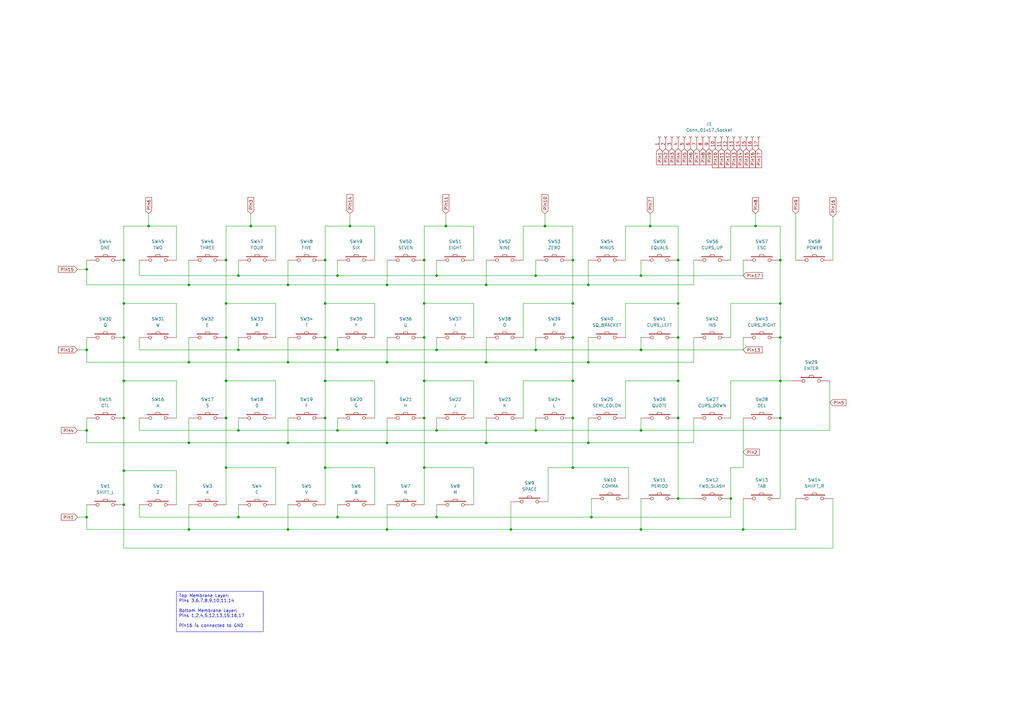
<source format=kicad_sch>
(kicad_sch (version 20230121) (generator eeschema)
  (paper "A3")
  (title_block (title "Husky Hunter Keyboard") (date "2024-07-21") (company "https://youtube.com/@brfff") (comment 1 "Brett Hallen"))
  (lib_symbols
    (symbol "Connector:Conn_01x17_Socket" (pin_names (offset 1.016) hide)
      (property "Reference" "J" (at 0 22.86 0))
      (property "Value" "Conn_01x17_Socket" (at 0 -22.86 0))
      (symbol "Conn_01x17_Socket_1_1"
        (arc (start 0 -19.812) (mid -0.5058 -20.32) (end 0 -20.828) (stroke (width 0.1524)))
        (arc (start 0 -17.272) (mid -0.5058 -17.78) (end 0 -18.288) (stroke (width 0.1524)))
        (arc (start 0 -14.732) (mid -0.5058 -15.24) (end 0 -15.748) (stroke (width 0.1524)))
        (arc (start 0 -12.192) (mid -0.5058 -12.7) (end 0 -13.208) (stroke (width 0.1524)))
        (arc (start 0 -9.652) (mid -0.5058 -10.16) (end 0 -10.668) (stroke (width 0.1524)))
        (arc (start 0 -7.112) (mid -0.5058 -7.62) (end 0 -8.128) (stroke (width 0.1524)))
        (arc (start 0 -4.572) (mid -0.5058 -5.08) (end 0 -5.588) (stroke (width 0.1524)))
        (arc (start 0 -2.032) (mid -0.5058 -2.54) (end 0 -3.048) (stroke (width 0.1524)))
        (polyline (pts (xy -1.27 -20.32) (xy -0.508 -20.32)) (stroke (width 0.1524)))
        (polyline (pts (xy -1.27 -17.78) (xy -0.508 -17.78)) (stroke (width 0.1524)))
        (polyline (pts (xy -1.27 -15.24) (xy -0.508 -15.24)) (stroke (width 0.1524)))
        (polyline (pts (xy -1.27 -12.7) (xy -0.508 -12.7)) (stroke (width 0.1524)))
        (polyline (pts (xy -1.27 -10.16) (xy -0.508 -10.16)) (stroke (width 0.1524)))
        (polyline (pts (xy -1.27 -7.62) (xy -0.508 -7.62)) (stroke (width 0.1524)))
        (polyline (pts (xy -1.27 -5.08) (xy -0.508 -5.08)) (stroke (width 0.1524)))
        (polyline (pts (xy -1.27 -2.54) (xy -0.508 -2.54)) (stroke (width 0.1524)))
        (polyline (pts (xy -1.27 0) (xy -0.508 0)) (stroke (width 0.1524)))
        (polyline (pts (xy -1.27 2.54) (xy -0.508 2.54)) (stroke (width 0.1524)))
        (polyline (pts (xy -1.27 5.08) (xy -0.508 5.08)) (stroke (width 0.1524)))
        (polyline (pts (xy -1.27 7.62) (xy -0.508 7.62)) (stroke (width 0.1524)))
        (polyline (pts (xy -1.27 10.16) (xy -0.508 10.16)) (stroke (width 0.1524)))
        (polyline (pts (xy -1.27 12.7) (xy -0.508 12.7)) (stroke (width 0.1524)))
        (polyline (pts (xy -1.27 15.24) (xy -0.508 15.24)) (stroke (width 0.1524)))
        (polyline (pts (xy -1.27 17.78) (xy -0.508 17.78)) (stroke (width 0.1524)))
        (polyline (pts (xy -1.27 20.32) (xy -0.508 20.32)) (stroke (width 0.1524)))
        (arc (start 0 0.508) (mid -0.5058 0) (end 0 -0.508) (stroke (width 0.1524)))
        (arc (start 0 3.048) (mid -0.5058 2.54) (end 0 2.032) (stroke (width 0.1524)))
        (arc (start 0 5.588) (mid -0.5058 5.08) (end 0 4.572) (stroke (width 0.1524)))
        (arc (start 0 8.128) (mid -0.5058 7.62) (end 0 7.112) (stroke (width 0.1524)))
        (arc (start 0 10.668) (mid -0.5058 10.16) (end 0 9.652) (stroke (width 0.1524)))
        (arc (start 0 13.208) (mid -0.5058 12.7) (end 0 12.192) (stroke (width 0.1524)))
        (arc (start 0 15.748) (mid -0.5058 15.24) (end 0 14.732) (stroke (width 0.1524)))
        (arc (start 0 18.288) (mid -0.5058 17.78) (end 0 17.272) (stroke (width 0.1524)))
        (arc (start 0 20.828) (mid -0.5058 20.32) (end 0 19.812) (stroke (width 0.1524)))
        (pin passive line (at -5.08 20.32 0) (length 3.81) (name "Pin_1") (number "1"))
        (pin passive line (at -5.08 -2.54 0) (length 3.81) (name "Pin_10") (number "10"))
        (pin passive line (at -5.08 -5.08 0) (length 3.81) (name "Pin_11") (number "11"))
        (pin passive line (at -5.08 -7.62 0) (length 3.81) (name "Pin_12") (number "12"))
        (pin passive line (at -5.08 -10.16 0) (length 3.81) (name "Pin_13") (number "13"))
        (pin passive line (at -5.08 -12.7 0) (length 3.81) (name "Pin_14") (number "14"))
        (pin passive line (at -5.08 -15.24 0) (length 3.81) (name "Pin_15") (number "15"))
        (pin passive line (at -5.08 -17.78 0) (length 3.81) (name "Pin_16") (number "16"))
        (pin passive line (at -5.08 -20.32 0) (length 3.81) (name "Pin_17") (number "17"))
        (pin passive line (at -5.08 17.78 0) (length 3.81) (name "Pin_2") (number "2"))
        (pin passive line (at -5.08 15.24 0) (length 3.81) (name "Pin_3") (number "3"))
        (pin passive line (at -5.08 12.7 0) (length 3.81) (name "Pin_4") (number "4"))
        (pin passive line (at -5.08 10.16 0) (length 3.81) (name "Pin_5") (number "5"))
        (pin passive line (at -5.08 7.62 0) (length 3.81) (name "Pin_6") (number "6"))
        (pin passive line (at -5.08 5.08 0) (length 3.81) (name "Pin_7") (number "7"))
        (pin passive line (at -5.08 2.54 0) (length 3.81) (name "Pin_8") (number "8"))
        (pin passive line (at -5.08 0 0) (length 3.81) (name "Pin_9") (number "9"))
      )
    )
    (symbol "my_components:Switch_Tactile" (pin_numbers hide) (pin_names (offset 1.016) hide)
      (property "Reference" "SW" (at 3.81 2.794 0))
      (property "Value" "Switch_Tactile" (at 0 -5.08 0))
      (symbol "Switch_Tactile_0_1"
        (rectangle (start -4.318 1.27) (end 4.318 1.524))
        (polyline (pts (xy -1.016 1.524) (xy -0.762 2.286) (xy 0.762 2.286) (xy 1.016 1.524)))
        (pin passive inverted (at -7.62 0 0) (length 5.08) (name "1") (number "1"))
        (pin passive inverted (at 7.62 0 180) (length 5.08) (name "2") (number "2"))
      )
    )
  )
  (junction (at 309.88 92.71))
  (junction (at 97.79 212.09))
  (junction (at 50.8 193.04))
  (junction (at 118.11 148.59))
  (junction (at 92.71 124.46))
  (junction (at 182.88 92.71))
  (junction (at 50.8 124.46))
  (junction (at 199.39 181.61))
  (junction (at 179.07 176.53))
  (junction (at 219.71 113.03))
  (junction (at 234.95 191.77))
  (junction (at 133.35 106.68))
  (junction (at 158.75 217.17))
  (junction (at 278.13 138.43))
  (junction (at 234.95 106.68))
  (junction (at 97.79 143.51))
  (junction (at 179.07 113.03))
  (junction (at 219.71 143.51))
  (junction (at 320.04 138.43))
  (junction (at 278.13 204.47))
  (junction (at 158.75 181.61))
  (junction (at 241.3 181.61))
  (junction (at 60.96 92.71))
  (junction (at 320.04 106.68))
  (junction (at 278.13 171.45))
  (junction (at 50.8 171.45))
  (junction (at 92.71 191.77))
  (junction (at 266.7 92.71))
  (junction (at 35.56 212.09))
  (junction (at 133.35 191.77))
  (junction (at 234.95 156.21))
  (junction (at 278.13 156.21))
  (junction (at 97.79 113.03))
  (junction (at 50.8 106.68))
  (junction (at 262.89 113.03))
  (junction (at 138.43 176.53))
  (junction (at 118.11 181.61))
  (junction (at 262.89 176.53))
  (junction (at 179.07 212.09))
  (junction (at 77.47 217.17))
  (junction (at 234.95 171.45))
  (junction (at 92.71 106.68))
  (junction (at 92.71 156.21))
  (junction (at 299.72 204.47))
  (junction (at 199.39 148.59))
  (junction (at 219.71 176.53))
  (junction (at 262.89 143.51))
  (junction (at 138.43 212.09))
  (junction (at 158.75 116.84))
  (junction (at 133.35 124.46))
  (junction (at 320.04 124.46))
  (junction (at 77.47 116.84))
  (junction (at 158.75 148.59))
  (junction (at 173.99 106.68))
  (junction (at 304.8 217.17))
  (junction (at 50.8 156.21))
  (junction (at 199.39 116.84))
  (junction (at 50.8 138.43))
  (junction (at 320.04 156.21))
  (junction (at 179.07 143.51))
  (junction (at 173.99 138.43))
  (junction (at 92.71 171.45))
  (junction (at 92.71 138.43))
  (junction (at 173.99 156.21))
  (junction (at 133.35 138.43))
  (junction (at 278.13 124.46))
  (junction (at 320.04 171.45))
  (junction (at 77.47 148.59))
  (junction (at 77.47 181.61))
  (junction (at 35.56 143.51))
  (junction (at 143.51 92.71))
  (junction (at 173.99 171.45))
  (junction (at 241.3 148.59))
  (junction (at 118.11 116.84))
  (junction (at 35.56 110.49))
  (junction (at 173.99 124.46))
  (junction (at 173.99 191.77))
  (junction (at 50.8 207.01))
  (junction (at 35.56 176.53))
  (junction (at 97.79 176.53))
  (junction (at 138.43 113.03))
  (junction (at 133.35 171.45))
  (junction (at 262.89 217.17))
  (junction (at 102.87 92.71))
  (junction (at 234.95 138.43))
  (junction (at 118.11 217.17))
  (junction (at 242.57 212.09))
  (junction (at 209.55 217.17))
  (junction (at 138.43 143.51))
  (junction (at 278.13 106.68))
  (junction (at 223.52 92.71))
  (junction (at 241.3 116.84))
  (junction (at 133.35 156.21))
  (junction (at 234.95 124.46))
  (wire (pts (xy 92.71 138.43) (xy 92.71 156.21)))
  (wire (pts (xy 31.75 212.09) (xy 35.56 212.09)))
  (wire (pts (xy 143.51 92.71) (xy 133.35 92.71)))
  (wire (pts (xy 72.39 207.01) (xy 72.39 193.04)))
  (wire (pts (xy 97.79 113.03) (xy 138.43 113.03)))
  (wire (pts (xy 299.72 171.45) (xy 299.72 156.21)))
  (wire (pts (xy 158.75 116.84) (xy 199.39 116.84)))
  (wire (pts (xy 182.88 87.63) (xy 182.88 92.71)))
  (wire (pts (xy 340.36 156.21) (xy 340.36 176.53)))
  (wire (pts (xy 133.35 124.46) (xy 133.35 138.43)))
  (wire (pts (xy 284.48 181.61) (xy 241.3 181.61)))
  (wire (pts (xy 262.89 143.51) (xy 304.8 143.51)))
  (wire (pts (xy 57.15 171.45) (xy 57.15 176.53)))
  (wire (pts (xy 153.67 171.45) (xy 153.67 156.21)))
  (wire (pts (xy 113.03 191.77) (xy 92.71 191.77)))
  (wire (pts (xy 118.11 116.84) (xy 158.75 116.84)))
  (wire (pts (xy 158.75 181.61) (xy 199.39 181.61)))
  (wire (pts (xy 77.47 217.17) (xy 118.11 217.17)))
  (wire (pts (xy 133.35 191.77) (xy 133.35 207.01)))
  (wire (pts (xy 299.72 124.46) (xy 320.04 124.46)))
  (wire (pts (xy 278.13 204.47) (xy 284.48 204.47)))
  (wire (pts (xy 262.89 204.47) (xy 262.89 217.17)))
  (wire (pts (xy 194.31 171.45) (xy 194.31 156.21)))
  (wire (pts (xy 92.71 106.68) (xy 92.71 124.46)))
  (wire (pts (xy 118.11 148.59) (xy 158.75 148.59)))
  (wire (pts (xy 50.8 156.21) (xy 50.8 171.45)))
  (wire (pts (xy 256.54 92.71) (xy 266.7 92.71)))
  (wire (pts (xy 320.04 156.21) (xy 320.04 171.45)))
  (wire (pts (xy 179.07 143.51) (xy 219.71 143.51)))
  (wire (pts (xy 118.11 217.17) (xy 118.11 207.01)))
  (wire (pts (xy 173.99 156.21) (xy 173.99 171.45)))
  (wire (pts (xy 223.52 87.63) (xy 223.52 92.71)))
  (wire (pts (xy 97.79 176.53) (xy 138.43 176.53)))
  (wire (pts (xy 50.8 92.71) (xy 50.8 106.68)))
  (wire (pts (xy 35.56 181.61) (xy 77.47 181.61)))
  (wire (pts (xy 299.72 156.21) (xy 320.04 156.21)))
  (wire (pts (xy 138.43 212.09) (xy 179.07 212.09)))
  (wire (pts (xy 241.3 181.61) (xy 199.39 181.61)))
  (wire (pts (xy 31.75 143.51) (xy 35.56 143.51)))
  (wire (pts (xy 234.95 106.68) (xy 234.95 124.46)))
  (wire (pts (xy 234.95 171.45) (xy 234.95 191.77)))
  (wire (pts (xy 113.03 124.46) (xy 92.71 124.46)))
  (wire (pts (xy 173.99 92.71) (xy 173.99 106.68)))
  (wire (pts (xy 153.67 156.21) (xy 133.35 156.21)))
  (wire (pts (xy 97.79 212.09) (xy 97.79 207.01)))
  (wire (pts (xy 118.11 148.59) (xy 118.11 138.43)))
  (wire (pts (xy 77.47 148.59) (xy 77.47 138.43)))
  (wire (pts (xy 158.75 217.17) (xy 209.55 217.17)))
  (wire (pts (xy 118.11 217.17) (xy 158.75 217.17)))
  (wire (pts (xy 299.72 138.43) (xy 299.72 124.46)))
  (wire (pts (xy 50.8 207.01) (xy 50.8 224.79)))
  (wire (pts (xy 262.89 176.53) (xy 340.36 176.53)))
  (wire (pts (xy 284.48 148.59) (xy 241.3 148.59)))
  (wire (pts (xy 284.48 106.68) (xy 284.48 116.84)))
  (wire (pts (xy 219.71 176.53) (xy 262.89 176.53)))
  (wire (pts (xy 113.03 156.21) (xy 92.71 156.21)))
  (wire (pts (xy 97.79 212.09) (xy 138.43 212.09)))
  (wire (pts (xy 214.63 106.68) (xy 214.63 92.71)))
  (wire (pts (xy 138.43 113.03) (xy 179.07 113.03)))
  (wire (pts (xy 50.8 106.68) (xy 50.8 124.46)))
  (wire (pts (xy 219.71 106.68) (xy 219.71 113.03)))
  (wire (pts (xy 214.63 92.71) (xy 223.52 92.71)))
  (wire (pts (xy 219.71 113.03) (xy 262.89 113.03)))
  (wire (pts (xy 320.04 138.43) (xy 320.04 156.21)))
  (wire (pts (xy 173.99 171.45) (xy 173.99 191.77)))
  (wire (pts (xy 138.43 176.53) (xy 179.07 176.53)))
  (wire (pts (xy 173.99 191.77) (xy 173.99 207.01)))
  (wire (pts (xy 97.79 106.68) (xy 97.79 113.03)))
  (wire (pts (xy 35.56 148.59) (xy 77.47 148.59)))
  (wire (pts (xy 304.8 217.17) (xy 326.39 217.17)))
  (wire (pts (xy 234.95 191.77) (xy 257.81 191.77)))
  (wire (pts (xy 242.57 212.09) (xy 299.72 212.09)))
  (wire (pts (xy 77.47 116.84) (xy 77.47 106.68)))
  (wire (pts (xy 194.31 92.71) (xy 182.88 92.71)))
  (wire (pts (xy 138.43 207.01) (xy 138.43 212.09)))
  (wire (pts (xy 50.8 193.04) (xy 50.8 207.01)))
  (wire (pts (xy 214.63 138.43) (xy 214.63 124.46)))
  (wire (pts (xy 118.11 181.61) (xy 158.75 181.61)))
  (wire (pts (xy 224.79 191.77) (xy 234.95 191.77)))
  (wire (pts (xy 278.13 171.45) (xy 278.13 204.47)))
  (wire (pts (xy 133.35 156.21) (xy 133.35 171.45)))
  (wire (pts (xy 158.75 116.84) (xy 158.75 106.68)))
  (wire (pts (xy 256.54 138.43) (xy 256.54 124.46)))
  (wire (pts (xy 35.56 116.84) (xy 77.47 116.84)))
  (wire (pts (xy 299.72 106.68) (xy 299.72 92.71)))
  (wire (pts (xy 299.72 191.77) (xy 299.72 204.47)))
  (wire (pts (xy 179.07 106.68) (xy 179.07 113.03)))
  (wire (pts (xy 320.04 106.68) (xy 320.04 124.46)))
  (wire (pts (xy 219.71 138.43) (xy 219.71 143.51)))
  (wire (pts (xy 133.35 171.45) (xy 133.35 191.77)))
  (wire (pts (xy 284.48 138.43) (xy 284.48 148.59)))
  (wire (pts (xy 138.43 176.53) (xy 138.43 171.45)))
  (wire (pts (xy 102.87 87.63) (xy 102.87 92.71)))
  (wire (pts (xy 72.39 138.43) (xy 72.39 124.46)))
  (wire (pts (xy 320.04 171.45) (xy 320.04 204.47)))
  (wire (pts (xy 199.39 148.59) (xy 199.39 138.43)))
  (wire (pts (xy 179.07 176.53) (xy 219.71 176.53)))
  (wire (pts (xy 31.75 110.49) (xy 35.56 110.49)))
  (wire (pts (xy 234.95 92.71) (xy 234.95 106.68)))
  (wire (pts (xy 133.35 106.68) (xy 133.35 124.46)))
  (wire (pts (xy 50.8 124.46) (xy 50.8 138.43)))
  (wire (pts (xy 153.67 138.43) (xy 153.67 124.46)))
  (wire (pts (xy 241.3 116.84) (xy 199.39 116.84)))
  (wire (pts (xy 35.56 138.43) (xy 35.56 143.51)))
  (wire (pts (xy 299.72 204.47) (xy 299.72 212.09)))
  (wire (pts (xy 35.56 171.45) (xy 35.56 176.53)))
  (wire (pts (xy 179.07 113.03) (xy 219.71 113.03)))
  (wire (pts (xy 209.55 217.17) (xy 262.89 217.17)))
  (wire (pts (xy 113.03 106.68) (xy 113.03 92.71)))
  (wire (pts (xy 194.31 138.43) (xy 194.31 124.46)))
  (wire (pts (xy 341.63 224.79) (xy 341.63 204.47)))
  (wire (pts (xy 194.31 156.21) (xy 173.99 156.21)))
  (wire (pts (xy 57.15 106.68) (xy 57.15 113.03)))
  (wire (pts (xy 257.81 191.77) (xy 257.81 204.47)))
  (wire (pts (xy 72.39 156.21) (xy 50.8 156.21)))
  (wire (pts (xy 153.67 124.46) (xy 133.35 124.46)))
  (wire (pts (xy 138.43 106.68) (xy 138.43 113.03)))
  (wire (pts (xy 77.47 181.61) (xy 77.47 171.45)))
  (wire (pts (xy 97.79 176.53) (xy 97.79 171.45)))
  (wire (pts (xy 194.31 124.46) (xy 173.99 124.46)))
  (wire (pts (xy 284.48 171.45) (xy 284.48 181.61)))
  (wire (pts (xy 50.8 224.79) (xy 341.63 224.79)))
  (wire (pts (xy 256.54 156.21) (xy 278.13 156.21)))
  (wire (pts (xy 138.43 143.51) (xy 179.07 143.51)))
  (wire (pts (xy 72.39 106.68) (xy 72.39 92.71)))
  (wire (pts (xy 326.39 217.17) (xy 326.39 204.47)))
  (wire (pts (xy 284.48 116.84) (xy 241.3 116.84)))
  (wire (pts (xy 256.54 106.68) (xy 256.54 92.71)))
  (wire (pts (xy 320.04 124.46) (xy 320.04 138.43)))
  (wire (pts (xy 153.67 92.71) (xy 143.51 92.71)))
  (wire (pts (xy 194.31 191.77) (xy 173.99 191.77)))
  (wire (pts (xy 309.88 87.63) (xy 309.88 92.71)))
  (wire (pts (xy 97.79 143.51) (xy 138.43 143.51)))
  (wire (pts (xy 262.89 113.03) (xy 262.89 106.68)))
  (wire (pts (xy 341.63 88.9) (xy 341.63 106.68)))
  (wire (pts (xy 242.57 212.09) (xy 242.57 204.47)))
  (wire (pts (xy 35.56 176.53) (xy 35.56 181.61)))
  (wire (pts (xy 223.52 92.71) (xy 234.95 92.71)))
  (wire (pts (xy 194.31 106.68) (xy 194.31 92.71)))
  (wire (pts (xy 262.89 138.43) (xy 262.89 143.51)))
  (wire (pts (xy 35.56 143.51) (xy 35.56 148.59)))
  (wire (pts (xy 60.96 87.63) (xy 60.96 92.71)))
  (wire (pts (xy 133.35 138.43) (xy 133.35 156.21)))
  (wire (pts (xy 113.03 207.01) (xy 113.03 191.77)))
  (wire (pts (xy 304.8 143.51) (xy 304.8 138.43)))
  (wire (pts (xy 241.3 106.68) (xy 241.3 116.84)))
  (wire (pts (xy 278.13 106.68) (xy 278.13 124.46)))
  (wire (pts (xy 143.51 87.63) (xy 143.51 92.71)))
  (wire (pts (xy 278.13 138.43) (xy 278.13 156.21)))
  (wire (pts (xy 266.7 92.71) (xy 278.13 92.71)))
  (wire (pts (xy 57.15 207.01) (xy 57.15 212.09)))
  (wire (pts (xy 173.99 138.43) (xy 173.99 156.21)))
  (wire (pts (xy 304.8 217.17) (xy 262.89 217.17)))
  (wire (pts (xy 224.79 205.74) (xy 224.79 191.77)))
  (wire (pts (xy 158.75 217.17) (xy 158.75 207.01)))
  (wire (pts (xy 304.8 171.45) (xy 304.8 191.77)))
  (wire (pts (xy 194.31 207.01) (xy 194.31 191.77)))
  (wire (pts (xy 179.07 207.01) (xy 179.07 212.09)))
  (wire (pts (xy 113.03 138.43) (xy 113.03 124.46)))
  (wire (pts (xy 234.95 138.43) (xy 234.95 156.21)))
  (wire (pts (xy 158.75 148.59) (xy 199.39 148.59)))
  (wire (pts (xy 35.56 106.68) (xy 35.56 110.49)))
  (wire (pts (xy 57.15 212.09) (xy 97.79 212.09)))
  (wire (pts (xy 278.13 92.71) (xy 278.13 106.68)))
  (wire (pts (xy 35.56 212.09) (xy 35.56 217.17)))
  (wire (pts (xy 92.71 92.71) (xy 92.71 106.68)))
  (wire (pts (xy 299.72 92.71) (xy 309.88 92.71)))
  (wire (pts (xy 118.11 116.84) (xy 118.11 106.68)))
  (wire (pts (xy 57.15 143.51) (xy 97.79 143.51)))
  (wire (pts (xy 219.71 143.51) (xy 262.89 143.51)))
  (wire (pts (xy 219.71 176.53) (xy 219.71 171.45)))
  (wire (pts (xy 50.8 138.43) (xy 50.8 156.21)))
  (wire (pts (xy 97.79 138.43) (xy 97.79 143.51)))
  (wire (pts (xy 113.03 171.45) (xy 113.03 156.21)))
  (wire (pts (xy 304.8 113.03) (xy 262.89 113.03)))
  (wire (pts (xy 173.99 106.68) (xy 173.99 124.46)))
  (wire (pts (xy 179.07 138.43) (xy 179.07 143.51)))
  (wire (pts (xy 35.56 110.49) (xy 35.56 116.84)))
  (wire (pts (xy 77.47 217.17) (xy 77.47 207.01)))
  (wire (pts (xy 72.39 92.71) (xy 60.96 92.71)))
  (wire (pts (xy 138.43 138.43) (xy 138.43 143.51)))
  (wire (pts (xy 57.15 176.53) (xy 97.79 176.53)))
  (wire (pts (xy 266.7 87.63) (xy 266.7 92.71)))
  (wire (pts (xy 278.13 124.46) (xy 278.13 138.43)))
  (wire (pts (xy 304.8 191.77) (xy 299.72 191.77)))
  (wire (pts (xy 77.47 148.59) (xy 118.11 148.59)))
  (wire (pts (xy 179.07 212.09) (xy 242.57 212.09)))
  (wire (pts (xy 92.71 156.21) (xy 92.71 171.45)))
  (wire (pts (xy 320.04 156.21) (xy 325.12 156.21)))
  (wire (pts (xy 92.71 191.77) (xy 92.71 207.01)))
  (wire (pts (xy 256.54 171.45) (xy 256.54 156.21)))
  (wire (pts (xy 199.39 181.61) (xy 199.39 171.45)))
  (wire (pts (xy 60.96 92.71) (xy 50.8 92.71)))
  (wire (pts (xy 153.67 106.68) (xy 153.67 92.71)))
  (wire (pts (xy 158.75 181.61) (xy 158.75 171.45)))
  (wire (pts (xy 234.95 124.46) (xy 234.95 138.43)))
  (wire (pts (xy 234.95 156.21) (xy 234.95 171.45)))
  (wire (pts (xy 320.04 92.71) (xy 320.04 106.68)))
  (wire (pts (xy 77.47 116.84) (xy 118.11 116.84)))
  (wire (pts (xy 214.63 156.21) (xy 234.95 156.21)))
  (wire (pts (xy 173.99 124.46) (xy 173.99 138.43)))
  (wire (pts (xy 153.67 207.01) (xy 153.67 191.77)))
  (wire (pts (xy 113.03 92.71) (xy 102.87 92.71)))
  (wire (pts (xy 158.75 148.59) (xy 158.75 138.43)))
  (wire (pts (xy 309.88 92.71) (xy 320.04 92.71)))
  (wire (pts (xy 241.3 148.59) (xy 199.39 148.59)))
  (wire (pts (xy 57.15 113.03) (xy 97.79 113.03)))
  (wire (pts (xy 214.63 171.45) (xy 214.63 156.21)))
  (wire (pts (xy 241.3 171.45) (xy 241.3 181.61)))
  (wire (pts (xy 182.88 92.71) (xy 173.99 92.71)))
  (wire (pts (xy 92.71 124.46) (xy 92.71 138.43)))
  (wire (pts (xy 262.89 171.45) (xy 262.89 176.53)))
  (wire (pts (xy 278.13 156.21) (xy 278.13 171.45)))
  (wire (pts (xy 118.11 181.61) (xy 118.11 171.45)))
  (wire (pts (xy 304.8 106.68) (xy 304.8 113.03)))
  (wire (pts (xy 31.75 176.53) (xy 35.56 176.53)))
  (wire (pts (xy 57.15 138.43) (xy 57.15 143.51)))
  (wire (pts (xy 72.39 193.04) (xy 50.8 193.04)))
  (wire (pts (xy 35.56 217.17) (xy 77.47 217.17)))
  (wire (pts (xy 256.54 124.46) (xy 278.13 124.46)))
  (wire (pts (xy 50.8 171.45) (xy 50.8 193.04)))
  (wire (pts (xy 214.63 124.46) (xy 234.95 124.46)))
  (wire (pts (xy 199.39 116.84) (xy 199.39 106.68)))
  (wire (pts (xy 304.8 204.47) (xy 304.8 217.17)))
  (wire (pts (xy 102.87 92.71) (xy 92.71 92.71)))
  (wire (pts (xy 326.39 87.63) (xy 326.39 106.68)))
  (wire (pts (xy 72.39 124.46) (xy 50.8 124.46)))
  (wire (pts (xy 35.56 207.01) (xy 35.56 212.09)))
  (wire (pts (xy 92.71 171.45) (xy 92.71 191.77)))
  (wire (pts (xy 133.35 92.71) (xy 133.35 106.68)))
  (wire (pts (xy 77.47 181.61) (xy 118.11 181.61)))
  (wire (pts (xy 153.67 191.77) (xy 133.35 191.77)))
  (wire (pts (xy 209.55 217.17) (xy 209.55 205.74)))
  (wire (pts (xy 72.39 171.45) (xy 72.39 156.21)))
  (wire (pts (xy 241.3 138.43) (xy 241.3 148.59)))
  (wire (pts (xy 179.07 176.53) (xy 179.07 171.45)))
  (text_box "Top Membrane Layer:\nPins 3,6,7,8,9,10,11,14\n\nBottom Membrane Layer:\nPins 1,2,4,5,12,13,15,16,17\n\nPin16 is connected to GND" (at 72.39 242.57 0) (size 35.56 16.51) (effects (font (size 1.27 1.27)) (justify left top)))
  (global_label "Pin14" (shape input) (at 303.53 60.96 270) (property "Intersheetrefs" "${INTERSHEET_REFS}" (effects hide)))
  (global_label "Pin7" (shape input) (at 285.75 60.96 270) (property "Intersheetrefs" "${INTERSHEET_REFS}" (effects hide)))
  (global_label "Pin17" (shape input) (at 304.8 113.03 0) (property "Intersheetrefs" "${INTERSHEET_REFS}" (effects hide)))
  (global_label "Pin6" (shape input) (at 60.96 87.63 90) (property "Intersheetrefs" "${INTERSHEET_REFS}" (effects hide)))
  (global_label "Pin7" (shape input) (at 266.7 87.63 90) (property "Intersheetrefs" "${INTERSHEET_REFS}" (effects hide)))
  (global_label "Pin14" (shape input) (at 143.51 87.63 90) (property "Intersheetrefs" "${INTERSHEET_REFS}" (effects hide)))
  (global_label "Pin15" (shape input) (at 31.75 110.49 180) (property "Intersheetrefs" "${INTERSHEET_REFS}" (effects hide)))
  (global_label "Pin10" (shape input) (at 293.37 60.96 270) (property "Intersheetrefs" "${INTERSHEET_REFS}" (effects hide)))
  (global_label "Pin3" (shape input) (at 275.59 60.96 270) (property "Intersheetrefs" "${INTERSHEET_REFS}" (effects hide)))
  (global_label "Pin15" (shape input) (at 306.07 60.96 270) (property "Intersheetrefs" "${INTERSHEET_REFS}" (effects hide)))
  (global_label "Pin9" (shape input) (at 326.39 87.63 90) (property "Intersheetrefs" "${INTERSHEET_REFS}" (effects hide)))
  (global_label "Pin4" (shape input) (at 278.13 60.96 270) (property "Intersheetrefs" "${INTERSHEET_REFS}" (effects hide)))
  (global_label "Pin5" (shape input) (at 340.36 165.1 0) (property "Intersheetrefs" "${INTERSHEET_REFS}" (effects hide)))
  (global_label "Pin11" (shape input) (at 182.88 87.63 90) (property "Intersheetrefs" "${INTERSHEET_REFS}" (effects hide)))
  (global_label "Pin2" (shape input) (at 304.8 185.42 0) (property "Intersheetrefs" "${INTERSHEET_REFS}" (effects hide)))
  (global_label "Pin10" (shape input) (at 223.52 87.63 90) (property "Intersheetrefs" "${INTERSHEET_REFS}" (effects hide)))
  (global_label "Pin17" (shape input) (at 311.15 60.96 270) (property "Intersheetrefs" "${INTERSHEET_REFS}" (effects hide)))
  (global_label "Pin3" (shape input) (at 102.87 87.63 90) (property "Intersheetrefs" "${INTERSHEET_REFS}" (effects hide)))
  (global_label "Pin9" (shape input) (at 290.83 60.96 270) (property "Intersheetrefs" "${INTERSHEET_REFS}" (effects hide)))
  (global_label "Pin1" (shape input) (at 270.51 60.96 270) (property "Intersheetrefs" "${INTERSHEET_REFS}" (effects hide)))
  (global_label "Pin11" (shape input) (at 295.91 60.96 270) (property "Intersheetrefs" "${INTERSHEET_REFS}" (effects hide)))
  (global_label "Pin16" (shape input) (at 341.63 88.9 90) (property "Intersheetrefs" "${INTERSHEET_REFS}" (effects hide)))
  (global_label "Pin5" (shape input) (at 280.67 60.96 270) (property "Intersheetrefs" "${INTERSHEET_REFS}" (effects hide)))
  (global_label "Pin13" (shape input) (at 300.99 60.96 270) (property "Intersheetrefs" "${INTERSHEET_REFS}" (effects hide)))
  (global_label "Pin16" (shape input) (at 308.61 60.96 270) (property "Intersheetrefs" "${INTERSHEET_REFS}" (effects hide)))
  (global_label "Pin6" (shape input) (at 283.21 60.96 270) (property "Intersheetrefs" "${INTERSHEET_REFS}" (effects hide)))
  (global_label "Pin1" (shape input) (at 31.75 212.09 180) (property "Intersheetrefs" "${INTERSHEET_REFS}" (effects hide)))
  (global_label "Pin2" (shape input) (at 273.05 60.96 270) (property "Intersheetrefs" "${INTERSHEET_REFS}" (effects hide)))
  (global_label "Pin13" (shape input) (at 304.8 143.51 0) (property "Intersheetrefs" "${INTERSHEET_REFS}" (effects hide)))
  (global_label "Pin8" (shape input) (at 309.88 87.63 90) (property "Intersheetrefs" "${INTERSHEET_REFS}" (effects hide)))
  (global_label "Pin12" (shape input) (at 31.75 143.51 180) (property "Intersheetrefs" "${INTERSHEET_REFS}" (effects hide)))
  (global_label "Pin8" (shape input) (at 288.29 60.96 270) (property "Intersheetrefs" "${INTERSHEET_REFS}" (effects hide)))
  (global_label "Pin12" (shape input) (at 298.45 60.96 270) (property "Intersheetrefs" "${INTERSHEET_REFS}" (effects hide)))
  (global_label "Pin4" (shape input) (at 31.75 176.53 180) (property "Intersheetrefs" "${INTERSHEET_REFS}" (effects hide)))
  (symbol (lib_id "my_components:Switch_Tactile") (at 105.41 171.45 0) (unit 1)
    (property "Reference" "SW18" (at 105.41 163.83 0))
    (property "Value" "D" (at 105.41 166.37 0))
  )
  (symbol (lib_id "my_components:Switch_Tactile") (at 227.33 171.45 0) (unit 1)
    (property "Reference" "SW24" (at 227.33 163.83 0))
    (property "Value" "L" (at 227.33 166.37 0))
  )
  (symbol (lib_id "my_components:Switch_Tactile") (at 292.1 171.45 0) (unit 1)
    (property "Reference" "SW27" (at 292.1 163.83 0))
    (property "Value" "CURS_DOWN" (at 292.1 166.37 0))
  )
  (symbol (lib_id "my_components:Switch_Tactile") (at 186.69 171.45 0) (unit 1)
    (property "Reference" "SW22" (at 186.69 163.83 0))
    (property "Value" "J" (at 186.69 166.37 0))
  )
  (symbol (lib_id "my_components:Switch_Tactile") (at 105.41 207.01 0) (unit 1)
    (property "Reference" "SW4" (at 105.41 199.39 0))
    (property "Value" "C" (at 105.41 201.93 0))
  )
  (symbol (lib_id "my_components:Switch_Tactile") (at 248.92 138.43 0) (unit 1)
    (property "Reference" "SW40" (at 248.92 130.81 0))
    (property "Value" "SQ_BRACKET" (at 248.92 133.35 0))
  )
  (symbol (lib_id "my_components:Switch_Tactile") (at 334.01 106.68 0) (unit 1)
    (property "Reference" "SW58" (at 334.01 99.06 0))
    (property "Value" "POWER" (at 334.01 101.6 0))
  )
  (symbol (lib_id "my_components:Switch_Tactile") (at 207.01 106.68 0) (unit 1)
    (property "Reference" "SW52" (at 207.01 99.06 0))
    (property "Value" "NINE" (at 207.01 101.6 0))
  )
  (symbol (lib_id "my_components:Switch_Tactile") (at 227.33 138.43 0) (unit 1)
    (property "Reference" "SW39" (at 227.33 130.81 0))
    (property "Value" "P" (at 227.33 133.35 0))
  )
  (symbol (lib_id "my_components:Switch_Tactile") (at 312.42 204.47 0) (unit 1)
    (property "Reference" "SW13" (at 312.42 196.85 0))
    (property "Value" "TAB" (at 312.42 199.39 0))
  )
  (symbol (lib_id "my_components:Switch_Tactile") (at 166.37 171.45 0) (unit 1)
    (property "Reference" "SW21" (at 166.37 163.83 0))
    (property "Value" "H" (at 166.37 166.37 0))
  )
  (symbol (lib_id "my_components:Switch_Tactile") (at 146.05 171.45 0) (unit 1)
    (property "Reference" "SW20" (at 146.05 163.83 0))
    (property "Value" "G" (at 146.05 166.37 0))
  )
  (symbol (lib_id "my_components:Switch_Tactile") (at 248.92 106.68 0) (unit 1)
    (property "Reference" "SW54" (at 248.92 99.06 0))
    (property "Value" "MINUS" (at 248.92 101.6 0))
  )
  (symbol (lib_id "my_components:Switch_Tactile") (at 125.73 138.43 0) (unit 1)
    (property "Reference" "SW34" (at 125.73 130.81 0))
    (property "Value" "T" (at 125.73 133.35 0))
  )
  (symbol (lib_id "my_components:Switch_Tactile") (at 312.42 138.43 0) (unit 1)
    (property "Reference" "SW43" (at 312.42 130.81 0))
    (property "Value" "CURS_RIGHT" (at 312.42 133.35 0))
  )
  (symbol (lib_id "my_components:Switch_Tactile") (at 85.09 106.68 0) (unit 1)
    (property "Reference" "SW46" (at 85.09 99.06 0))
    (property "Value" "THREE" (at 85.09 101.6 0))
  )
  (symbol (lib_id "my_components:Switch_Tactile") (at 43.18 138.43 0) (unit 1)
    (property "Reference" "SW30" (at 43.18 130.81 0))
    (property "Value" "Q" (at 43.18 133.35 0))
  )
  (symbol (lib_id "my_components:Switch_Tactile") (at 105.41 106.68 0) (unit 1)
    (property "Reference" "SW47" (at 105.41 99.06 0))
    (property "Value" "FOUR" (at 105.41 101.6 0))
  )
  (symbol (lib_id "my_components:Switch_Tactile") (at 217.17 205.74 0) (unit 1)
    (property "Reference" "SW9" (at 217.17 198.12 0))
    (property "Value" "SPACE" (at 217.17 200.66 0))
  )
  (symbol (lib_id "my_components:Switch_Tactile") (at 146.05 138.43 0) (unit 1)
    (property "Reference" "SW35" (at 146.05 130.81 0))
    (property "Value" "Y" (at 146.05 133.35 0))
  )
  (symbol (lib_id "my_components:Switch_Tactile") (at 270.51 204.47 0) (unit 1)
    (property "Reference" "SW11" (at 270.51 196.85 0))
    (property "Value" "PERIOD" (at 270.51 199.39 0))
  )
  (symbol (lib_id "my_components:Switch_Tactile") (at 270.51 106.68 0) (unit 1)
    (property "Reference" "SW55" (at 270.51 99.06 0))
    (property "Value" "EQUALS" (at 270.51 101.6 0))
  )
  (symbol (lib_id "my_components:Switch_Tactile") (at 64.77 207.01 0) (unit 1)
    (property "Reference" "SW2" (at 64.77 199.39 0))
    (property "Value" "Z" (at 64.77 201.93 0))
  )
  (symbol (lib_id "my_components:Switch_Tactile") (at 292.1 138.43 0) (unit 1)
    (property "Reference" "SW42" (at 292.1 130.81 0))
    (property "Value" "INS" (at 292.1 133.35 0))
  )
  (symbol (lib_id "my_components:Switch_Tactile") (at 166.37 207.01 0) (unit 1)
    (property "Reference" "SW7" (at 166.37 199.39 0))
    (property "Value" "N" (at 166.37 201.93 0))
  )
  (symbol (lib_id "my_components:Switch_Tactile") (at 43.18 207.01 0) (unit 1)
    (property "Reference" "SW1" (at 43.18 199.39 0))
    (property "Value" "SHIFT_L" (at 43.18 201.93 0))
  )
  (symbol (lib_id "my_components:Switch_Tactile") (at 125.73 207.01 0) (unit 1)
    (property "Reference" "SW5" (at 125.73 199.39 0))
    (property "Value" "V" (at 125.73 201.93 0))
  )
  (symbol (lib_id "my_components:Switch_Tactile") (at 207.01 138.43 0) (unit 1)
    (property "Reference" "SW38" (at 207.01 130.81 0))
    (property "Value" "O" (at 207.01 133.35 0))
  )
  (symbol (lib_id "my_components:Switch_Tactile") (at 85.09 207.01 0) (unit 1)
    (property "Reference" "SW3" (at 85.09 199.39 0))
    (property "Value" "X" (at 85.09 201.93 0))
  )
  (symbol (lib_id "my_components:Switch_Tactile") (at 250.19 204.47 0) (unit 1)
    (property "Reference" "SW10" (at 250.19 196.85 0))
    (property "Value" "COMMA" (at 250.19 199.39 0))
  )
  (symbol (lib_id "my_components:Switch_Tactile") (at 207.01 171.45 0) (unit 1)
    (property "Reference" "SW23" (at 207.01 163.83 0))
    (property "Value" "K" (at 207.01 166.37 0))
  )
  (symbol (lib_id "my_components:Switch_Tactile") (at 248.92 171.45 0) (unit 1)
    (property "Reference" "SW25" (at 248.92 163.83 0))
    (property "Value" "SEMI_COLON" (at 248.92 166.37 0))
  )
  (symbol (lib_id "my_components:Switch_Tactile") (at 64.77 171.45 0) (unit 1)
    (property "Reference" "SW16" (at 64.77 163.83 0))
    (property "Value" "A" (at 64.77 166.37 0))
  )
  (symbol (lib_id "my_components:Switch_Tactile") (at 270.51 171.45 0) (unit 1)
    (property "Reference" "SW26" (at 270.51 163.83 0))
    (property "Value" "QUOTE" (at 270.51 166.37 0))
  )
  (symbol (lib_id "my_components:Switch_Tactile") (at 85.09 171.45 0) (unit 1)
    (property "Reference" "SW17" (at 85.09 163.83 0))
    (property "Value" "S" (at 85.09 166.37 0))
  )
  (symbol (lib_id "my_components:Switch_Tactile") (at 292.1 106.68 0) (unit 1)
    (property "Reference" "SW56" (at 292.1 99.06 0))
    (property "Value" "CURS_UP" (at 292.1 101.6 0))
  )
  (symbol (lib_id "my_components:Switch_Tactile") (at 125.73 106.68 0) (unit 1)
    (property "Reference" "SW48" (at 125.73 99.06 0))
    (property "Value" "FIVE" (at 125.73 101.6 0))
  )
  (symbol (lib_id "my_components:Switch_Tactile") (at 332.74 156.21 0) (unit 1)
    (property "Reference" "SW29" (at 332.74 148.59 0))
    (property "Value" "ENTER" (at 332.74 151.13 0))
  )
  (symbol (lib_id "my_components:Switch_Tactile") (at 312.42 106.68 0) (unit 1)
    (property "Reference" "SW57" (at 312.42 99.06 0))
    (property "Value" "ESC" (at 312.42 101.6 0))
  )
  (symbol (lib_id "my_components:Switch_Tactile") (at 146.05 207.01 0) (unit 1)
    (property "Reference" "SW6" (at 146.05 199.39 0))
    (property "Value" "B" (at 146.05 201.93 0))
  )
  (symbol (lib_id "my_components:Switch_Tactile") (at 166.37 106.68 0) (unit 1)
    (property "Reference" "SW50" (at 166.37 99.06 0))
    (property "Value" "SEVEN" (at 166.37 101.6 0))
  )
  (symbol (lib_id "my_components:Switch_Tactile") (at 64.77 106.68 0) (unit 1)
    (property "Reference" "SW45" (at 64.77 99.06 0))
    (property "Value" "TWO" (at 64.77 101.6 0))
  )
  (symbol (lib_id "my_components:Switch_Tactile") (at 146.05 106.68 0) (unit 1)
    (property "Reference" "SW49" (at 146.05 99.06 0))
    (property "Value" "SIX" (at 146.05 101.6 0))
  )
  (symbol (lib_id "my_components:Switch_Tactile") (at 270.51 138.43 0) (unit 1)
    (property "Reference" "SW41" (at 270.51 130.81 0))
    (property "Value" "CURS_LEFT" (at 270.51 133.35 0))
  )
  (symbol (lib_id "Connector:Conn_01x17_Socket") (at 290.83 55.88 90) (unit 1)
    (property "Reference" "J1" (at 290.83 50.8 90))
    (property "Value" "Conn_01x17_Socket" (at 290.83 53.34 90))
  )
  (symbol (lib_id "my_components:Switch_Tactile") (at 43.18 106.68 0) (unit 1)
    (property "Reference" "SW44" (at 43.18 99.06 0))
    (property "Value" "ONE" (at 43.18 101.6 0))
  )
  (symbol (lib_id "my_components:Switch_Tactile") (at 166.37 138.43 0) (unit 1)
    (property "Reference" "SW36" (at 166.37 130.81 0))
    (property "Value" "U" (at 166.37 133.35 0))
  )
  (symbol (lib_id "my_components:Switch_Tactile") (at 227.33 106.68 0) (unit 1)
    (property "Reference" "SW53" (at 227.33 99.06 0))
    (property "Value" "ZERO" (at 227.33 101.6 0))
  )
  (symbol (lib_id "my_components:Switch_Tactile") (at 64.77 138.43 0) (unit 1)
    (property "Reference" "SW31" (at 64.77 130.81 0))
    (property "Value" "W" (at 64.77 133.35 0))
  )
  (symbol (lib_id "my_components:Switch_Tactile") (at 292.1 204.47 0) (unit 1)
    (property "Reference" "SW12" (at 292.1 196.85 0))
    (property "Value" "FWD_SLASH" (at 292.1 199.39 0))
  )
  (symbol (lib_id "my_components:Switch_Tactile") (at 186.69 138.43 0) (unit 1)
    (property "Reference" "SW37" (at 186.69 130.81 0))
    (property "Value" "I" (at 186.69 133.35 0))
  )
  (symbol (lib_id "my_components:Switch_Tactile") (at 334.01 204.47 0) (unit 1)
    (property "Reference" "SW14" (at 334.01 196.85 0))
    (property "Value" "SHIIFT_R" (at 334.01 199.39 0))
  )
  (symbol (lib_id "my_components:Switch_Tactile") (at 85.09 138.43 0) (unit 1)
    (property "Reference" "SW32" (at 85.09 130.81 0))
    (property "Value" "E" (at 85.09 133.35 0))
  )
  (symbol (lib_id "my_components:Switch_Tactile") (at 186.69 106.68 0) (unit 1)
    (property "Reference" "SW51" (at 186.69 99.06 0))
    (property "Value" "EIGHT" (at 186.69 101.6 0))
  )
  (symbol (lib_id "my_components:Switch_Tactile") (at 186.69 207.01 0) (unit 1)
    (property "Reference" "SW8" (at 186.69 199.39 0))
    (property "Value" "M" (at 186.69 201.93 0))
  )
  (symbol (lib_id "my_components:Switch_Tactile") (at 312.42 171.45 0) (unit 1)
    (property "Reference" "SW28" (at 312.42 163.83 0))
    (property "Value" "DEL" (at 312.42 166.37 0))
  )
  (symbol (lib_id "my_components:Switch_Tactile") (at 105.41 138.43 0) (unit 1)
    (property "Reference" "SW33" (at 105.41 130.81 0))
    (property "Value" "R" (at 105.41 133.35 0))
  )
  (symbol (lib_id "my_components:Switch_Tactile") (at 43.18 171.45 0) (unit 1)
    (property "Reference" "SW15" (at 43.18 163.83 0))
    (property "Value" "CTL" (at 43.18 166.37 0))
  )
  (symbol (lib_id "my_components:Switch_Tactile") (at 125.73 171.45 0) (unit 1)
    (property "Reference" "SW19" (at 125.73 163.83 0))
    (property "Value" "F" (at 125.73 166.37 0))
  )
)
</source>
